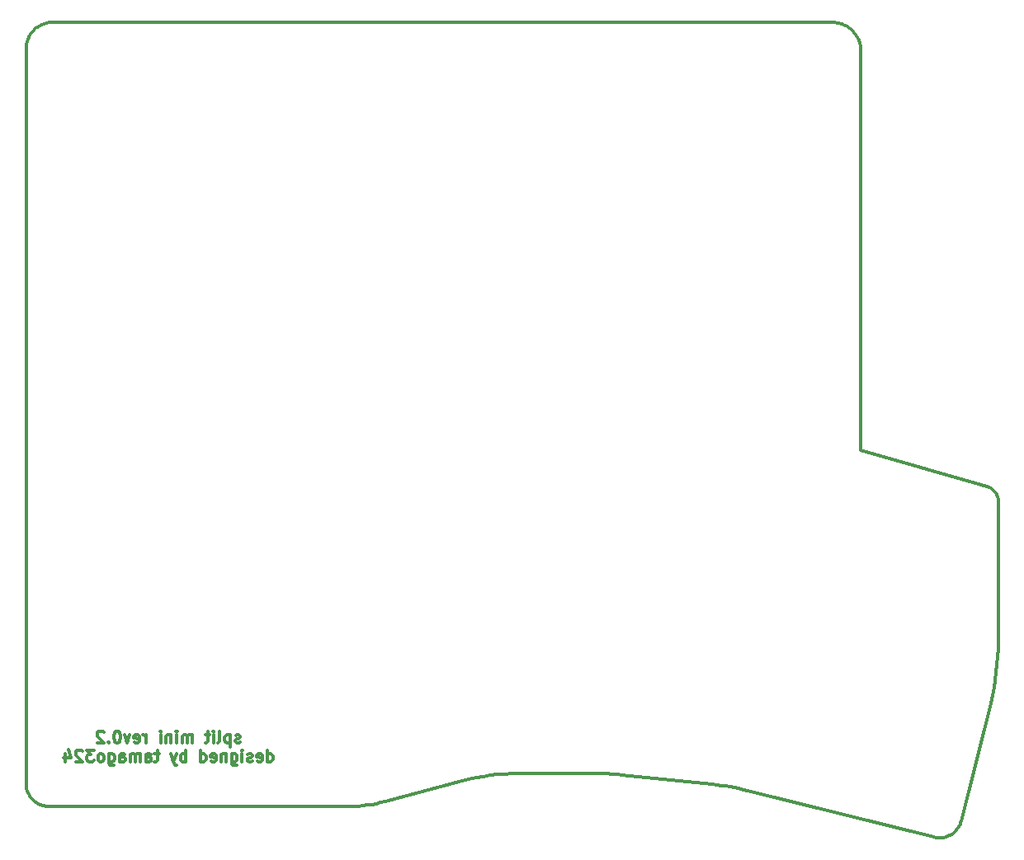
<source format=gbo>
%TF.GenerationSoftware,KiCad,Pcbnew,(6.0.6)*%
%TF.CreationDate,2022-09-17T23:42:14+09:00*%
%TF.ProjectId,split-mini_bottom,73706c69-742d-46d6-996e-695f626f7474,rev?*%
%TF.SameCoordinates,Original*%
%TF.FileFunction,Legend,Bot*%
%TF.FilePolarity,Positive*%
%FSLAX46Y46*%
G04 Gerber Fmt 4.6, Leading zero omitted, Abs format (unit mm)*
G04 Created by KiCad (PCBNEW (6.0.6)) date 2022-09-17 23:42:14*
%MOMM*%
%LPD*%
G01*
G04 APERTURE LIST*
%TA.AperFunction,Profile*%
%ADD10C,0.349999*%
%TD*%
%ADD11C,0.300000*%
%ADD12C,0.350000*%
%ADD13C,2.200000*%
G04 APERTURE END LIST*
D10*
X120734058Y-85321050D02*
X120746346Y-84517181D01*
X94563467Y-99773630D02*
X95006416Y-99879974D01*
X21067121Y-99747413D02*
X21097288Y-99856121D01*
X95006416Y-99879974D02*
X95006416Y-99879974D01*
X106613959Y-23464589D02*
X106588365Y-23321274D01*
X21022792Y-99525582D02*
X21042263Y-99637170D01*
X21450528Y-100558221D02*
X21520346Y-100647842D01*
X23314208Y-21027240D02*
X23182826Y-21050152D01*
X120663178Y-69673555D02*
X120617953Y-69555976D01*
X120429619Y-69232038D02*
X120350533Y-69135311D01*
X116257734Y-104147387D02*
X116337281Y-104072331D01*
X65730083Y-98890289D02*
X65730083Y-98890289D01*
X104737877Y-21174101D02*
X104602654Y-21128344D01*
X120306060Y-89309528D02*
X120440307Y-88517806D01*
X106647491Y-64950611D02*
X106647491Y-23907794D01*
X114417834Y-104707695D02*
X114531519Y-104721167D01*
X22319756Y-101272024D02*
X22422725Y-101317646D01*
X21325017Y-100370023D02*
X21385392Y-100465551D01*
X116831755Y-103339065D02*
X116873233Y-103232363D01*
X114869318Y-104727193D02*
X114980256Y-104718084D01*
X116678483Y-103640152D02*
X116734207Y-103543064D01*
X21793434Y-21793513D02*
X21700478Y-21891184D01*
X106069327Y-22166530D02*
X105982931Y-22056589D01*
X105588428Y-21662081D02*
X105478488Y-21575683D01*
X104870037Y-21226211D02*
X104737877Y-21174101D01*
X79268402Y-98118347D02*
X79619825Y-98120645D01*
X119962618Y-68817891D02*
X119849615Y-68758387D01*
X120725055Y-69920137D02*
X120699003Y-69795107D01*
X21042263Y-99637170D02*
X21067121Y-99747413D01*
X120699003Y-69795107D02*
X120663178Y-69673555D01*
X81724553Y-98230937D02*
X82074291Y-98265381D01*
X119606995Y-68666672D02*
X106647491Y-64950611D01*
X21218860Y-100171147D02*
X21269480Y-100271825D01*
X21049932Y-23182830D02*
X21027007Y-23314210D01*
X23078052Y-101482078D02*
X23191759Y-101490535D01*
X20997490Y-99184639D02*
X21000327Y-99299127D01*
X115907617Y-104406218D02*
X115999590Y-104347927D01*
X105694026Y-21753553D02*
X105588428Y-21662081D01*
X105891460Y-21950990D02*
X105795097Y-21849917D01*
X23306244Y-101493370D02*
X54168747Y-101493347D01*
X23715622Y-20997488D02*
X23715622Y-20997488D01*
X21992830Y-21612950D02*
X21891115Y-21700567D01*
X57823814Y-101011581D02*
X57823814Y-101011581D01*
X120746346Y-84517181D02*
X120746346Y-70178646D01*
X120563702Y-69442866D02*
X120500800Y-69334721D01*
X120744992Y-70113118D02*
X120740961Y-70048149D01*
X21114721Y-22925043D02*
X21079201Y-23053033D01*
X21000556Y-23580829D02*
X20997215Y-23715622D01*
X93224898Y-99501293D02*
X93672605Y-99584271D01*
X115411094Y-104628832D02*
X115514710Y-104593834D01*
X116618357Y-103733828D02*
X116678483Y-103640152D01*
X55553294Y-101425245D02*
X56012088Y-101372398D01*
X21932681Y-101040365D02*
X22025351Y-101105499D01*
X79971141Y-98127542D02*
X80322305Y-98139037D01*
X94118828Y-99675056D02*
X94563467Y-99773630D01*
X119965073Y-90880112D02*
X120147626Y-90097149D01*
X21520346Y-100647842D02*
X21594767Y-100734227D01*
X21843058Y-100970549D02*
X21932681Y-101040365D01*
X116413290Y-103993343D02*
X116485588Y-103910527D01*
X114980256Y-104718084D02*
X115090076Y-104703590D01*
X92325451Y-99358830D02*
X92775813Y-99426140D01*
X119790967Y-68731954D02*
X119730949Y-68707815D01*
X22207471Y-21454070D02*
X22098356Y-21530754D01*
X103737228Y-20997492D02*
X23715622Y-20997488D01*
X116088715Y-104285289D02*
X116174821Y-104218407D01*
X105982931Y-22056589D02*
X105891460Y-21950990D01*
X104034787Y-21012522D02*
X103886991Y-21001281D01*
X116337281Y-104072331D02*
X116413290Y-103993343D01*
X22634779Y-101393589D02*
X22743485Y-101423753D01*
X23182826Y-21050152D02*
X23053027Y-21079407D01*
X21156400Y-22799082D02*
X21114721Y-22925043D01*
X21700478Y-21891184D02*
X21612850Y-21992890D01*
X105364387Y-21494542D02*
X105246308Y-21418842D01*
X22435573Y-21317612D02*
X22319950Y-21382992D01*
X69367896Y-98227495D02*
X70105548Y-98166918D01*
X22925033Y-21114915D02*
X22799069Y-21156581D01*
X103737228Y-20997492D02*
X103737228Y-20997492D01*
X115812969Y-104460058D02*
X115907617Y-104406218D01*
X54631255Y-101485768D02*
X55092893Y-101463051D01*
X82074291Y-98265381D02*
X91421310Y-99247810D01*
X104464550Y-21089126D02*
X104323750Y-21056627D01*
X21010518Y-23446950D02*
X21000556Y-23580829D01*
X104180434Y-21031031D02*
X104034787Y-21012522D01*
X119606995Y-68666672D02*
X119606995Y-68666672D01*
X22098356Y-21530754D02*
X21992830Y-21612950D01*
X115514710Y-104593834D02*
X115616343Y-104553970D01*
X21453948Y-22207514D02*
X21382859Y-22319987D01*
X106418789Y-22774986D02*
X106360509Y-22646071D01*
X106470898Y-22907146D02*
X106418789Y-22774986D01*
X80322305Y-98139037D02*
X80673272Y-98155126D01*
X21673714Y-100817184D02*
X21673714Y-100817184D01*
X106643705Y-23758032D02*
X106632466Y-23610236D01*
X55092893Y-101463051D02*
X55553294Y-101425245D01*
X80673272Y-98155126D02*
X81023999Y-98175807D01*
X105246308Y-21418842D02*
X105124435Y-21348765D01*
X106647491Y-64950611D02*
X106647491Y-64950611D01*
X57823814Y-101011581D02*
X65730083Y-98890289D01*
X56468906Y-101304560D02*
X56923379Y-101221779D01*
X79268402Y-98118347D02*
X79268402Y-98118347D01*
X106296240Y-22520586D02*
X106226164Y-22398712D01*
X70105548Y-98166918D02*
X70845185Y-98130517D01*
X116940735Y-103010071D02*
X116940735Y-103010071D01*
X54168747Y-101493347D02*
X54168747Y-101493347D01*
X119730949Y-68707815D02*
X119669610Y-68686034D01*
X106647491Y-23907794D02*
X106643705Y-23758032D01*
X21204145Y-22675373D02*
X21156400Y-22799082D01*
X116554001Y-103823988D02*
X116618357Y-103733828D01*
X56012088Y-101372398D02*
X56468906Y-101304560D01*
X57375138Y-101124103D02*
X57823814Y-101011581D01*
X120746346Y-70178646D02*
X120744992Y-70113118D01*
X67900910Y-98420864D02*
X68632820Y-98312169D01*
X21000327Y-99299127D02*
X21008788Y-99412838D01*
X23053027Y-21079407D02*
X22925033Y-21114915D01*
X91421310Y-99247810D02*
X91873916Y-99299381D01*
X71586216Y-98118370D02*
X71586216Y-98118370D01*
X21382859Y-22319987D02*
X21317467Y-22435603D01*
X20997490Y-99184639D02*
X20997490Y-99184639D01*
X21673714Y-100817184D02*
X21756673Y-100896129D01*
X114189873Y-104662933D02*
X114189873Y-104662933D01*
X21612850Y-21992890D02*
X21530643Y-22098408D01*
X23191759Y-101490535D02*
X23306244Y-101493370D01*
X82074291Y-98265381D02*
X82074291Y-98265381D01*
X115090076Y-104703590D02*
X115198604Y-104683814D01*
X21891115Y-21700567D02*
X21793434Y-21793513D01*
X106632466Y-23610236D02*
X106613959Y-23464589D01*
X92775813Y-99426140D02*
X93224898Y-99501293D01*
X120697243Y-86123603D02*
X120734058Y-85321050D01*
X22965311Y-101468076D02*
X23078052Y-101482078D01*
X114757434Y-104730812D02*
X114869318Y-104727193D01*
X21756673Y-100896129D02*
X21843058Y-100970549D01*
X116940735Y-103010071D02*
X119965073Y-90880112D01*
X120734300Y-69983801D02*
X120725055Y-69920137D01*
X119669610Y-68686034D02*
X119606995Y-68666672D01*
X23580829Y-21000816D02*
X23446950Y-21010763D01*
X115999590Y-104347927D02*
X116088715Y-104285289D01*
X106226164Y-22398712D02*
X106150466Y-22280632D01*
X81374440Y-98201078D02*
X81724553Y-98230937D01*
X104998950Y-21284494D02*
X104870037Y-21226211D01*
X22120879Y-101165872D02*
X22219077Y-101221407D01*
X116485588Y-103910527D02*
X116554001Y-103823988D01*
X21079201Y-23053033D02*
X21049932Y-23182830D01*
X23446950Y-21010763D02*
X23314208Y-21027240D01*
X116909617Y-103122663D02*
X116940735Y-103010071D01*
X22554116Y-21258022D02*
X22435573Y-21317612D01*
X120147626Y-90097149D02*
X120306060Y-89309528D01*
X21530643Y-22098408D02*
X21453948Y-22207514D01*
X106588365Y-23321274D02*
X106555869Y-23180473D01*
X120635967Y-86924286D02*
X120697243Y-86123603D01*
X116873233Y-103232363D02*
X116909617Y-103122663D01*
X68632820Y-98312169D02*
X69367896Y-98227495D01*
X22743485Y-101423753D02*
X22853726Y-101448609D01*
X120440307Y-88517806D02*
X120550299Y-87722539D01*
X22527796Y-101358194D02*
X22634779Y-101393589D01*
X21132686Y-99963106D02*
X21173236Y-100068177D01*
X22025351Y-101105499D02*
X22120879Y-101165872D01*
X95006416Y-99879974D02*
X114189873Y-104662933D01*
X21385392Y-100465551D02*
X21450528Y-100558221D01*
X21008788Y-99412838D02*
X21022792Y-99525582D01*
X115198604Y-104683814D02*
X115305668Y-104658860D01*
X67172756Y-98553501D02*
X67900910Y-98420864D01*
X106150466Y-22280632D02*
X106069327Y-22166530D01*
X21097288Y-99856121D02*
X21132686Y-99963106D01*
X120500800Y-69334721D02*
X120429619Y-69232038D01*
X21027007Y-23314210D02*
X21010518Y-23446950D01*
X116174821Y-104218407D02*
X116257734Y-104147387D01*
X120263917Y-69045037D02*
X120170143Y-68961712D01*
X70845185Y-98130517D02*
X71586216Y-98118370D01*
X91421310Y-99247810D02*
X91421310Y-99247810D01*
X22675355Y-21204314D02*
X22554116Y-21258022D01*
X21257865Y-22554139D02*
X21204145Y-22675373D01*
X22422725Y-101317646D02*
X22527796Y-101358194D01*
X114644776Y-104728838D02*
X114757434Y-104730812D01*
X116734207Y-103543064D02*
X116785355Y-103442667D01*
X120350533Y-69135311D02*
X120263917Y-69045037D01*
X120550299Y-87722539D02*
X120635967Y-86924286D01*
X21594767Y-100734227D02*
X21673714Y-100817184D01*
X106360509Y-22646071D02*
X106296240Y-22520586D01*
X79619825Y-98120645D02*
X79971141Y-98127542D01*
X115715821Y-104509343D02*
X115812969Y-104460058D01*
X120746346Y-70178646D02*
X120746346Y-70178646D01*
X20997215Y-23715622D02*
X20997215Y-23715622D01*
X104323750Y-21056627D02*
X104180434Y-21031031D01*
X71586216Y-98118370D02*
X79268402Y-98118347D01*
X105795097Y-21849917D02*
X105694026Y-21753553D01*
X119849615Y-68758387D02*
X119790967Y-68731954D01*
X54168747Y-101493347D02*
X54631255Y-101485768D01*
X116785355Y-103442667D02*
X116831755Y-103339065D01*
X120170143Y-68961712D02*
X120069586Y-68885831D01*
X66448951Y-98710002D02*
X67172756Y-98553501D01*
X104602654Y-21128344D02*
X104464550Y-21089126D01*
X114189873Y-104662933D02*
X114303894Y-104688319D01*
X22799069Y-21156581D02*
X22675355Y-21204314D01*
X120746346Y-84517181D02*
X120746346Y-84517181D01*
X120617953Y-69555976D02*
X120563702Y-69442866D01*
X114303894Y-104688319D02*
X114417834Y-104707695D01*
X106555869Y-23180473D02*
X106516652Y-23042369D01*
X65730083Y-98890289D02*
X66448951Y-98710002D01*
X81023999Y-98175807D02*
X81374440Y-98201078D01*
X21173236Y-100068177D02*
X21218860Y-100171147D01*
X115616343Y-104553970D02*
X115715821Y-104509343D01*
X106516652Y-23042369D02*
X106470898Y-22907146D01*
X23715622Y-20997488D02*
X23580829Y-21000816D01*
X120740961Y-70048149D02*
X120734300Y-69983801D01*
X22219077Y-101221407D02*
X22319756Y-101272024D01*
X56923379Y-101221779D02*
X57375138Y-101124103D01*
X103886991Y-21001281D02*
X103737228Y-20997492D01*
X22853726Y-101448609D02*
X22965311Y-101468076D01*
X105478488Y-21575683D02*
X105364387Y-21494542D01*
X119965073Y-90880112D02*
X119965073Y-90880112D01*
X105124435Y-21348765D02*
X104998950Y-21284494D01*
X21793434Y-21793513D02*
X21793434Y-21793513D01*
X93672605Y-99584271D02*
X94118828Y-99675056D01*
X21317467Y-22435603D02*
X21257865Y-22554139D01*
X20997215Y-23715622D02*
X20997490Y-99184639D01*
X23306244Y-101493370D02*
X23306244Y-101493370D01*
X22319950Y-21382992D02*
X22207471Y-21454070D01*
X91873916Y-99299381D02*
X92325451Y-99358830D01*
X120069586Y-68885831D02*
X119962618Y-68817891D01*
X21269480Y-100271825D02*
X21325017Y-100370023D01*
X115305668Y-104658860D02*
X115411094Y-104628832D01*
X114531519Y-104721167D02*
X114644776Y-104728838D01*
D11*
X42962857Y-94919714D02*
X42848571Y-94976857D01*
X42620000Y-94976857D01*
X42505714Y-94919714D01*
X42448571Y-94805428D01*
X42448571Y-94748285D01*
X42505714Y-94634000D01*
X42620000Y-94576857D01*
X42791428Y-94576857D01*
X42905714Y-94519714D01*
X42962857Y-94405428D01*
X42962857Y-94348285D01*
X42905714Y-94234000D01*
X42791428Y-94176857D01*
X42620000Y-94176857D01*
X42505714Y-94234000D01*
X41934285Y-94176857D02*
X41934285Y-95376857D01*
X41934285Y-94234000D02*
X41820000Y-94176857D01*
X41591428Y-94176857D01*
X41477142Y-94234000D01*
X41420000Y-94291142D01*
X41362857Y-94405428D01*
X41362857Y-94748285D01*
X41420000Y-94862571D01*
X41477142Y-94919714D01*
X41591428Y-94976857D01*
X41820000Y-94976857D01*
X41934285Y-94919714D01*
X40677142Y-94976857D02*
X40791428Y-94919714D01*
X40848571Y-94805428D01*
X40848571Y-93776857D01*
X40220000Y-94976857D02*
X40220000Y-94176857D01*
X40220000Y-93776857D02*
X40277142Y-93834000D01*
X40220000Y-93891142D01*
X40162857Y-93834000D01*
X40220000Y-93776857D01*
X40220000Y-93891142D01*
X39820000Y-94176857D02*
X39362857Y-94176857D01*
X39648571Y-93776857D02*
X39648571Y-94805428D01*
X39591428Y-94919714D01*
X39477142Y-94976857D01*
X39362857Y-94976857D01*
X38048571Y-94976857D02*
X38048571Y-94176857D01*
X38048571Y-94291142D02*
X37991428Y-94234000D01*
X37877142Y-94176857D01*
X37705714Y-94176857D01*
X37591428Y-94234000D01*
X37534285Y-94348285D01*
X37534285Y-94976857D01*
X37534285Y-94348285D02*
X37477142Y-94234000D01*
X37362857Y-94176857D01*
X37191428Y-94176857D01*
X37077142Y-94234000D01*
X37020000Y-94348285D01*
X37020000Y-94976857D01*
X36448571Y-94976857D02*
X36448571Y-94176857D01*
X36448571Y-93776857D02*
X36505714Y-93834000D01*
X36448571Y-93891142D01*
X36391428Y-93834000D01*
X36448571Y-93776857D01*
X36448571Y-93891142D01*
X35877142Y-94176857D02*
X35877142Y-94976857D01*
X35877142Y-94291142D02*
X35820000Y-94234000D01*
X35705714Y-94176857D01*
X35534285Y-94176857D01*
X35420000Y-94234000D01*
X35362857Y-94348285D01*
X35362857Y-94976857D01*
X34791428Y-94976857D02*
X34791428Y-94176857D01*
X34791428Y-93776857D02*
X34848571Y-93834000D01*
X34791428Y-93891142D01*
X34734285Y-93834000D01*
X34791428Y-93776857D01*
X34791428Y-93891142D01*
X33305714Y-94976857D02*
X33305714Y-94176857D01*
X33305714Y-94405428D02*
X33248571Y-94291142D01*
X33191428Y-94234000D01*
X33077142Y-94176857D01*
X32962857Y-94176857D01*
X32105714Y-94919714D02*
X32220000Y-94976857D01*
X32448571Y-94976857D01*
X32562857Y-94919714D01*
X32620000Y-94805428D01*
X32620000Y-94348285D01*
X32562857Y-94234000D01*
X32448571Y-94176857D01*
X32220000Y-94176857D01*
X32105714Y-94234000D01*
X32048571Y-94348285D01*
X32048571Y-94462571D01*
X32620000Y-94576857D01*
X31648571Y-94176857D02*
X31362857Y-94976857D01*
X31077142Y-94176857D01*
X30391428Y-93776857D02*
X30277142Y-93776857D01*
X30162857Y-93834000D01*
X30105714Y-93891142D01*
X30048571Y-94005428D01*
X29991428Y-94234000D01*
X29991428Y-94519714D01*
X30048571Y-94748285D01*
X30105714Y-94862571D01*
X30162857Y-94919714D01*
X30277142Y-94976857D01*
X30391428Y-94976857D01*
X30505714Y-94919714D01*
X30562857Y-94862571D01*
X30620000Y-94748285D01*
X30677142Y-94519714D01*
X30677142Y-94234000D01*
X30620000Y-94005428D01*
X30562857Y-93891142D01*
X30505714Y-93834000D01*
X30391428Y-93776857D01*
X29477142Y-94862571D02*
X29420000Y-94919714D01*
X29477142Y-94976857D01*
X29534285Y-94919714D01*
X29477142Y-94862571D01*
X29477142Y-94976857D01*
X28962857Y-93891142D02*
X28905714Y-93834000D01*
X28791428Y-93776857D01*
X28505714Y-93776857D01*
X28391428Y-93834000D01*
X28334285Y-93891142D01*
X28277142Y-94005428D01*
X28277142Y-94119714D01*
X28334285Y-94291142D01*
X29020000Y-94976857D01*
X28277142Y-94976857D01*
X45734285Y-96908857D02*
X45734285Y-95708857D01*
X45734285Y-96851714D02*
X45848571Y-96908857D01*
X46077142Y-96908857D01*
X46191428Y-96851714D01*
X46248571Y-96794571D01*
X46305714Y-96680285D01*
X46305714Y-96337428D01*
X46248571Y-96223142D01*
X46191428Y-96166000D01*
X46077142Y-96108857D01*
X45848571Y-96108857D01*
X45734285Y-96166000D01*
X44705714Y-96851714D02*
X44820000Y-96908857D01*
X45048571Y-96908857D01*
X45162857Y-96851714D01*
X45220000Y-96737428D01*
X45220000Y-96280285D01*
X45162857Y-96166000D01*
X45048571Y-96108857D01*
X44820000Y-96108857D01*
X44705714Y-96166000D01*
X44648571Y-96280285D01*
X44648571Y-96394571D01*
X45220000Y-96508857D01*
X44191428Y-96851714D02*
X44077142Y-96908857D01*
X43848571Y-96908857D01*
X43734285Y-96851714D01*
X43677142Y-96737428D01*
X43677142Y-96680285D01*
X43734285Y-96566000D01*
X43848571Y-96508857D01*
X44020000Y-96508857D01*
X44134285Y-96451714D01*
X44191428Y-96337428D01*
X44191428Y-96280285D01*
X44134285Y-96166000D01*
X44020000Y-96108857D01*
X43848571Y-96108857D01*
X43734285Y-96166000D01*
X43162857Y-96908857D02*
X43162857Y-96108857D01*
X43162857Y-95708857D02*
X43220000Y-95766000D01*
X43162857Y-95823142D01*
X43105714Y-95766000D01*
X43162857Y-95708857D01*
X43162857Y-95823142D01*
X42077142Y-96108857D02*
X42077142Y-97080285D01*
X42134285Y-97194571D01*
X42191428Y-97251714D01*
X42305714Y-97308857D01*
X42477142Y-97308857D01*
X42591428Y-97251714D01*
X42077142Y-96851714D02*
X42191428Y-96908857D01*
X42420000Y-96908857D01*
X42534285Y-96851714D01*
X42591428Y-96794571D01*
X42648571Y-96680285D01*
X42648571Y-96337428D01*
X42591428Y-96223142D01*
X42534285Y-96166000D01*
X42420000Y-96108857D01*
X42191428Y-96108857D01*
X42077142Y-96166000D01*
X41505714Y-96108857D02*
X41505714Y-96908857D01*
X41505714Y-96223142D02*
X41448571Y-96166000D01*
X41334285Y-96108857D01*
X41162857Y-96108857D01*
X41048571Y-96166000D01*
X40991428Y-96280285D01*
X40991428Y-96908857D01*
X39962857Y-96851714D02*
X40077142Y-96908857D01*
X40305714Y-96908857D01*
X40420000Y-96851714D01*
X40477142Y-96737428D01*
X40477142Y-96280285D01*
X40420000Y-96166000D01*
X40305714Y-96108857D01*
X40077142Y-96108857D01*
X39962857Y-96166000D01*
X39905714Y-96280285D01*
X39905714Y-96394571D01*
X40477142Y-96508857D01*
X38877142Y-96908857D02*
X38877142Y-95708857D01*
X38877142Y-96851714D02*
X38991428Y-96908857D01*
X39220000Y-96908857D01*
X39334285Y-96851714D01*
X39391428Y-96794571D01*
X39448571Y-96680285D01*
X39448571Y-96337428D01*
X39391428Y-96223142D01*
X39334285Y-96166000D01*
X39220000Y-96108857D01*
X38991428Y-96108857D01*
X38877142Y-96166000D01*
X37391428Y-96908857D02*
X37391428Y-95708857D01*
X37391428Y-96166000D02*
X37277142Y-96108857D01*
X37048571Y-96108857D01*
X36934285Y-96166000D01*
X36877142Y-96223142D01*
X36820000Y-96337428D01*
X36820000Y-96680285D01*
X36877142Y-96794571D01*
X36934285Y-96851714D01*
X37048571Y-96908857D01*
X37277142Y-96908857D01*
X37391428Y-96851714D01*
X36420000Y-96108857D02*
X36134285Y-96908857D01*
X35848571Y-96108857D02*
X36134285Y-96908857D01*
X36248571Y-97194571D01*
X36305714Y-97251714D01*
X36420000Y-97308857D01*
X34648571Y-96108857D02*
X34191428Y-96108857D01*
X34477142Y-95708857D02*
X34477142Y-96737428D01*
X34420000Y-96851714D01*
X34305714Y-96908857D01*
X34191428Y-96908857D01*
X33277142Y-96908857D02*
X33277142Y-96280285D01*
X33334285Y-96166000D01*
X33448571Y-96108857D01*
X33677142Y-96108857D01*
X33791428Y-96166000D01*
X33277142Y-96851714D02*
X33391428Y-96908857D01*
X33677142Y-96908857D01*
X33791428Y-96851714D01*
X33848571Y-96737428D01*
X33848571Y-96623142D01*
X33791428Y-96508857D01*
X33677142Y-96451714D01*
X33391428Y-96451714D01*
X33277142Y-96394571D01*
X32705714Y-96908857D02*
X32705714Y-96108857D01*
X32705714Y-96223142D02*
X32648571Y-96166000D01*
X32534285Y-96108857D01*
X32362857Y-96108857D01*
X32248571Y-96166000D01*
X32191428Y-96280285D01*
X32191428Y-96908857D01*
X32191428Y-96280285D02*
X32134285Y-96166000D01*
X32020000Y-96108857D01*
X31848571Y-96108857D01*
X31734285Y-96166000D01*
X31677142Y-96280285D01*
X31677142Y-96908857D01*
X30591428Y-96908857D02*
X30591428Y-96280285D01*
X30648571Y-96166000D01*
X30762857Y-96108857D01*
X30991428Y-96108857D01*
X31105714Y-96166000D01*
X30591428Y-96851714D02*
X30705714Y-96908857D01*
X30991428Y-96908857D01*
X31105714Y-96851714D01*
X31162857Y-96737428D01*
X31162857Y-96623142D01*
X31105714Y-96508857D01*
X30991428Y-96451714D01*
X30705714Y-96451714D01*
X30591428Y-96394571D01*
X29505714Y-96108857D02*
X29505714Y-97080285D01*
X29562857Y-97194571D01*
X29620000Y-97251714D01*
X29734285Y-97308857D01*
X29905714Y-97308857D01*
X30020000Y-97251714D01*
X29505714Y-96851714D02*
X29620000Y-96908857D01*
X29848571Y-96908857D01*
X29962857Y-96851714D01*
X30020000Y-96794571D01*
X30077142Y-96680285D01*
X30077142Y-96337428D01*
X30020000Y-96223142D01*
X29962857Y-96166000D01*
X29848571Y-96108857D01*
X29620000Y-96108857D01*
X29505714Y-96166000D01*
X28762857Y-96908857D02*
X28877142Y-96851714D01*
X28934285Y-96794571D01*
X28991428Y-96680285D01*
X28991428Y-96337428D01*
X28934285Y-96223142D01*
X28877142Y-96166000D01*
X28762857Y-96108857D01*
X28591428Y-96108857D01*
X28477142Y-96166000D01*
X28420000Y-96223142D01*
X28362857Y-96337428D01*
X28362857Y-96680285D01*
X28420000Y-96794571D01*
X28477142Y-96851714D01*
X28591428Y-96908857D01*
X28762857Y-96908857D01*
X27962857Y-95708857D02*
X27220000Y-95708857D01*
X27620000Y-96166000D01*
X27448571Y-96166000D01*
X27334285Y-96223142D01*
X27277142Y-96280285D01*
X27220000Y-96394571D01*
X27220000Y-96680285D01*
X27277142Y-96794571D01*
X27334285Y-96851714D01*
X27448571Y-96908857D01*
X27791428Y-96908857D01*
X27905714Y-96851714D01*
X27962857Y-96794571D01*
X26762857Y-95823142D02*
X26705714Y-95766000D01*
X26591428Y-95708857D01*
X26305714Y-95708857D01*
X26191428Y-95766000D01*
X26134285Y-95823142D01*
X26077142Y-95937428D01*
X26077142Y-96051714D01*
X26134285Y-96223142D01*
X26820000Y-96908857D01*
X26077142Y-96908857D01*
X25048571Y-96108857D02*
X25048571Y-96908857D01*
X25334285Y-95651714D02*
X25620000Y-96508857D01*
X24877142Y-96508857D01*
D12*
X52020000Y-80950000D03*
X112800000Y-84690000D03*
X53040000Y-95600000D03*
X97680000Y-23950000D03*
X30040000Y-23950000D03*
%LPC*%
D13*
%TO.C,HOLE3*%
X52020000Y-80950000D03*
%TD*%
%TO.C,HOLE5*%
X112800000Y-84690000D03*
%TD*%
%TO.C,HOLE4*%
X53040000Y-95600000D03*
%TD*%
%TO.C,HOLE2*%
X97680000Y-23950000D03*
%TD*%
%TO.C,HOLE1*%
X30040000Y-23950000D03*
%TD*%
M02*

</source>
